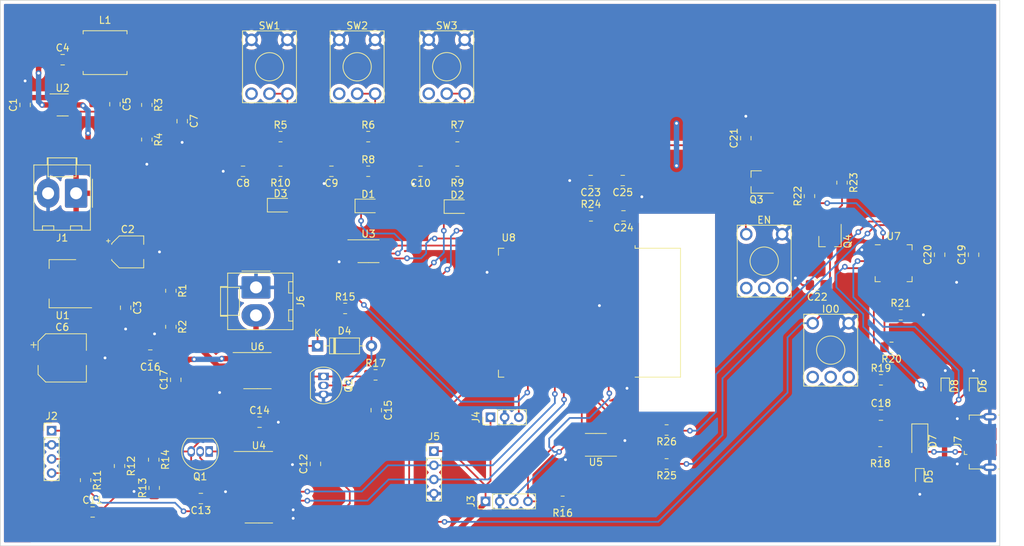
<source format=kicad_pcb>
(kicad_pcb (version 20211014) (generator pcbnew)
  (title_block (title "Smart Pressurized Beverage System") (company "Team 51 - Kool Keg"))
  (layers (0 "F.Cu" signal) (31 "B.Cu" signal) (34 "B.Paste" user) (35 "F.Paste" user) (36 "B.SilkS" user "B.Silkscreen") (37 "F.SilkS" user "F.Silkscreen") (38 "B.Mask" user) (39 "F.Mask" user) (44 "Edge.Cuts" user))
  (net 0 "")
  (net 1 "+12V")
  (net 2 "GND")
  (net 3 "Net-(C3-Pad1)")
  (net 4 "Net-(C4-Pad1)")
  (net 5 "Net-(C4-Pad2)")
  (net 6 "+3.3V")
  (net 7 "Net-(C5-Pad2)")
  (net 8 "+5V")
  (net 9 "Net-(C8-Pad1)")
  (net 10 "Net-(C9-Pad1)")
  (net 11 "Net-(C10-Pad1)")
  (net 12 "Net-(C11-Pad1)")
  (net 13 "Net-(C11-Pad2)")
  (net 14 "Net-(C13-Pad1)")
  (net 15 "/Sensor Subsystem/E+")
  (net 16 "Net-(C15-Pad1)")
  (net 17 "Net-(C17-Pad1)")
  (net 18 "Net-(C17-Pad2)")
  (net 19 "Net-(C18-Pad1)")
  (net 20 "Net-(C18-Pad2)")
  (net 21 "/MCU Subsystem/EN")
  (net 22 "/MCU Subsystem/IO0")
  (net 23 "Net-(D1-Pad2)")
  (net 24 "Net-(D2-Pad2)")
  (net 25 "Net-(D3-Pad2)")
  (net 26 "/MCU Subsystem/SOLENOID_GPIO")
  (net 27 "/MCU Subsystem/VBUS")
  (net 28 "/MCU Subsystem/USB_DP")
  (net 29 "/MCU Subsystem/USB_DN")
  (net 30 "/Sensor Subsystem/A+")
  (net 31 "/Sensor Subsystem/A-")
  (net 32 "/MCU Subsystem/I2C0_SCL")
  (net 33 "/MCU Subsystem/I2C0_SDA")
  (net 34 "/MCU Subsystem/FLOW_GPIO")
  (net 35 "/MCU Subsystem/I2C1_SDA")
  (net 36 "/MCU Subsystem/I2C1_SCL")
  (net 38 "Net-(Q1-Pad2)")
  (net 39 "Net-(Q2-Pad1)")
  (net 40 "Net-(Q3-Pad1)")
  (net 41 "/MCU Subsystem/RTS")
  (net 42 "Net-(Q4-Pad1)")
  (net 43 "/MCU Subsystem/DTR")
  (net 44 "Net-(R13-Pad2)")
  (net 45 "Net-(R20-Pad2)")
  (net 46 "Net-(R21-Pad1)")
  (net 47 "/MCU Subsystem/TXD")
  (net 48 "/MCU Subsystem/RXD0")
  (net 49 "/MCU Subsystem/RXD")
  (net 50 "/MCU Subsystem/TXD0")
  (net 51 "/MCU Subsystem/DEC")
  (net 52 "/MCU Subsystem/INC")
  (net 53 "/MCU Subsystem/DISP")
  (footprint "Resistor_SMD:R_0805_2012Metric_Pad1.20x1.40mm_HandSolder" (layer "F.Cu") (at 116.41 72.1 -90)
    (fp_text reference "R4")
    (fp_text value "10k")
  )
  (footprint "Inductor_SMD:L_Bourns_SRN6045TA" (layer "F.Cu") (at 110.51 59.8)
    (fp_text reference "L1")
    (fp_text value "3.3uH")
  )
  (footprint "Package_TO_SOT_SMD:SOT-23_Handsoldering-BC808-25LT1g" (layer "F.Cu") (at 202.6 78.1 180)
    (fp_text reference "Q3")
    (fp_text value "BC818")
  )
  (footprint "Capacitor_SMD:C_0805_2012Metric_Pad1.18x1.45mm_HandSolder" (layer "F.Cu") (at 142.51 76.59 180)
    (fp_text reference "C9")
    (fp_text value "0.1uF")
  )
  (footprint "Resistor_SMD:R_0805_2012Metric_Pad1.20x1.40mm_HandSolder" (layer "F.Cu") (at 179.2 82.9)
    (fp_text reference "R24")
    (fp_text value "10k")
  )
  (footprint "Resistor_SMD:R_0805_2012Metric_Pad1.20x1.40mm_HandSolder" (layer "F.Cu") (at 223 96.9)
    (fp_text reference "R21")
    (fp_text value "10k")
  )
  (footprint "Button_Switch_THT:KSA_Tactile_SPST" (layer "F.Cu") (at 131.21 57.99)
    (fp_text reference "SW1")
    (fp_text value "SW")
  )
  (footprint "Resistor_SMD:R_0805_2012Metric_Pad1.20x1.40mm_HandSolder" (layer "F.Cu") (at 160.31 76.59 180)
    (fp_text reference "R9")
    (fp_text value "22000")
  )
  (footprint "Package_TO_SOT_SMD:SOT-223-3_TabPin2" (layer "F.Cu") (at 104.51 92.5 180)
    (fp_text reference "U1")
    (fp_text value "LM1117-ADJ")
  )
  (footprint "Package_TO_SOT_THT:TO-92_Inline" (layer "F.Cu") (at 141.39 105.63 -90)
    (fp_text reference "Q2")
    (fp_text value "2N3906")
  )
  (footprint "Resistor_SMD:R_0805_2012Metric_Pad1.20x1.40mm_HandSolder" (layer "F.Cu") (at 112.55 118.3 -90)
    (fp_text reference "R12")
    (fp_text value "100")
  )
  (footprint "Resistor_SMD:R_0805_2012Metric_Pad1.20x1.40mm_HandSolder" (layer "F.Cu") (at 160.31 71.69)
    (fp_text reference "R7")
    (fp_text value "22000")
  )
  (footprint "Resistor_SMD:R_0805_2012Metric_Pad1.20x1.40mm_HandSolder" (layer "F.Cu") (at 175.2 123.3 180)
    (fp_text reference "R16")
    (fp_text value "10k")
  )
  (footprint "Connector_Molex:Molex_KK-396_A-41791-0002_1x02_P3.96mm_Vertical" (layer "F.Cu") (at 106.41 79.7 180)
    (fp_text reference "J1")
    (fp_text value "Power")
  )
  (footprint "Resistor_SMD:R_0805_2012Metric_Pad1.20x1.40mm_HandSolder" (layer "F.Cu") (at 117.45 121.4 90)
    (fp_text reference "R13")
    (fp_text value "8.2k")
  )
  (footprint "Button_Switch_THT:KSA_Tactile_SPST" (layer "F.Cu") (at 210.56 98.09)
    (fp_text reference "IO0")
    (fp_text value "SW_Push")
  )
  (footprint "Resistor_SMD:R_0805_2012Metric_Pad1.20x1.40mm_HandSolder" (layer "F.Cu") (at 147.71 76.59)
    (fp_text reference "R8")
    (fp_text value "22000")
  )
  (footprint "Diode_SMD:D_0805_2012Metric_Pad1.15x1.40mm_HandSolder" (layer "F.Cu") (at 147.71 81.49)
    (fp_text reference "D1")
    (fp_text value "D")
  )
  (footprint "Capacitor_SMD:C_0805_2012Metric_Pad1.18x1.45mm_HandSolder" (layer "F.Cu") (at 201.1 71.9 90)
    (fp_text reference "C21")
    (fp_text value ".1uF")
  )
  (footprint "Capacitor_SMD:C_0805_2012Metric_Pad1.18x1.45mm_HandSolder" (layer "F.Cu") (at 228.5 88.4 90)
    (fp_text reference "C20")
    (fp_text value "0.1 uF")
  )
  (footprint "Diode_SMD:D_SOD-523" (layer "F.Cu") (at 229.3 107 -90)
    (fp_text reference "D8")
    (fp_text value "LED")
  )
  (footprint "Resistor_SMD:R_0805_2012Metric_Pad1.20x1.40mm_HandSolder" (layer "F.Cu") (at 189.9 113.2 180)
    (fp_text reference "R26")
    (fp_text value "0R")
  )
  (footprint "Resistor_SMD:R_0805_2012Metric_Pad1.20x1.40mm_HandSolder" (layer "F.Cu") (at 119.81 98.6 -90)
    (fp_text reference "R2")
    (fp_text value "1k")
  )
  (footprint "Resistor_SMD:R_0805_2012Metric_Pad1.20x1.40mm_HandSolder" (layer "F.Cu") (at 116.41 67.2 -90)
    (fp_text reference "R3")
    (fp_text value "30.9k")
  )
  (footprint "Resistor_SMD:R_0805_2012Metric_Pad1.20x1.40mm_HandSolder" (layer "F.Cu") (at 221.7 101.5 180)
    (fp_text reference "R20")
    (fp_text value "2k")
  )
  (footprint "Diode_SMD:D_SOD-523" (layer "F.Cu") (at 225.7 119.8 -90)
    (fp_text reference "D5")
    (fp_text value "LED")
  )
  (footprint "Button_Switch_THT:KSA_Tactile_SPST" (layer "F.Cu") (at 143.61 57.99)
    (fp_text reference "SW2")
    (fp_text value "SW")
  )
  (footprint "Resistor_SMD:R_0805_2012Metric_Pad1.20x1.40mm_HandSolder" (layer "F.Cu") (at 144.45 96)
    (fp_text reference "R15")
    (fp_text value "100k")
  )
  (footprint "Capacitor_SMD:C_0805_2012Metric_Pad1.18x1.45mm_HandSolder" (layer "F.Cu") (at 211.2 92.7 180)
    (fp_text reference "C22")
    (fp_text value "1n")
  )
  (footprint "Capacitor_SMD:C_0805_2012Metric_Pad1.18x1.45mm_HandSolder" (layer "F.Cu") (at 116.9 102.6 180)
    (fp_text reference "C16")
    (fp_text value ".1uF")
  )
  (footprint "Package_SO:SOP-16_3.9x9.9mm_P1.27mm" (layer "F.Cu") (at 132.25 121.3)
    (fp_text reference "U4")
    (fp_text value "HX711")
  )
  (footprint "Button_Switch_THT:KSA_Tactile_SPST" (layer "F.Cu") (at 156.27 57.98)
    (fp_text reference "SW3")
    (fp_text value "SW")
  )
  (footprint "Diode_SMD:D_0805_2012Metric_Pad1.15x1.40mm_HandSolder" (layer "F.Cu") (at 160.31 81.59)
    (fp_text reference "D2")
    (fp_text value "D")
  )
  (footprint "Capacitor_SMD:C_0805_2012Metric_Pad1.18x1.45mm_HandSolder" (layer "F.Cu") (at 140.25 118 90)
    (fp_text reference "C12")
    (fp_text value "10uF")
  )
  (footprint "Capacitor_SMD:C_0805_2012Metric_Pad1.18x1.45mm_HandSolder" (layer "F.Cu") (at 113.41 95.9 -90)
    (fp_text reference "C3")
    (fp_text value "56nF")
  )
  (footprint "Connector_USB:USB_Micro-B_GCT_USB3076-30-A" (layer "F.Cu") (at 234.4 114.9 90)
    (fp_text reference "J7")
    (fp_text value "USB_B_Micro")
  )
  (footprint "RF_Module:ESP32-WROOM-32" (layer "F.Cu") (at 176 96.6 -90)
    (fp_text reference "U8")
    (fp_text value "ESP32-WROOM-32D")
  )
  (footprint "Capacitor_SMD:C_0805_2012Metric_Pad1.18x1.45mm_HandSolder" (layer "F.Cu") (at 233.3 88.4 90)
    (fp_text reference "C19")
    (fp_text value "4.7 uF")
  )
  (footprint "Capacitor_SMD:C_0805_2012Metric_Pad1.18x1.45mm_HandSolder" (layer "F.Cu") (at 124.05 122.9 180)
    (fp_text reference "C13")
    (fp_text value "0.1uF")
  )
  (footprint "Connector_PinHeader_2.00mm:PinHeader_1x04_P2.00mm_Vertical" (layer "F.Cu") (at 102.95 113.3)
    (fp_text reference "J2")
    (fp_text value "Scale Header")
  )
  (footprint "Capacitor_SMD:C_0805_2012Metric_Pad1.18x1.45mm_HandSolder" (layer "F.Cu") (at 155.11 76.59 180)
    (fp_text reference "C10")
    (fp_text value "0.1uF")
  )
  (footprint "Capacitor_SMD:C_0805_2012Metric_Pad1.18x1.45mm_HandSolder" (layer "F.Cu") (at 104.51 60.8)
    (fp_text reference "C4")
    (fp_text value ".1uF")
  )
  (footprint "Resistor_SMD:R_0805_2012Metric_Pad1.20x1.40mm_HandSolder" (layer "F.Cu") (at 220.2 106.1)
    (fp_text reference "R19")
    (fp_text value "47.5k")
  )
  (footprint "Package_DFN_QFN:QFN-28-1EP_5x5mm_P0.5mm_EP3.35x3.35mm" (layer "F.Cu") (at 222 89.6)
    (fp_text reference "U7")
    (fp_text value "CP2102N")
  )
  (footprint "Button_Switch_THT:KSA_Tactile_SPST" (layer "F.Cu") (at 201.16 85.49)
    (fp_text reference "EN")
    (fp_text value "SW_Push")
  )
  (footprint "Resistor_SMD:R_0805_2012Metric_Pad1.20x1.40mm_HandSolder" (layer "F.Cu") (at 107.75 120.3 -90)
    (fp_text reference "R11")
    (fp_text value "100")
  )
  (footprint "Package_TO_SOT_THT:TO-92_Inline" (layer "F.Cu") (at 125.22 116.24 180)
    (fp_text reference "Q1")
    (fp_text value "2N3905")
  )
  (footprint "Resistor_SMD:R_0805_2012Metric_Pad1.20x1.40mm_HandSolder" (layer "F.Cu") (at 135.31 71.69)
    (fp_text reference "R5")
    (fp_text value "22000")
  )
  (footprint "Diode_THT:D_DO-35_SOD27_P7.62mm_Horizontal" (layer "F.Cu") (at 140.55 101.3)
    (fp_text reference "D4")
    (fp_text value "1N4148")
  )
  (footprint "Resistor_SMD:R_0805_2012Metric_Pad1.20x1.40mm_HandSolder" (layer "F.Cu") (at 119.81 93.5 -90)
    (fp_text reference "R1")
    (fp_text value "330")
  )
  (footprint "Capacitor_SMD:C_0805_2012Metric_Pad1.18x1.45mm_HandSolder" (layer "F.Cu") (at 130.01 76.59 180)
    (fp_text reference "C8")
    (fp_text value "0.1uF")
  )
  (footprint "Resistor_SMD:R_0805_2012Metric_Pad1.20x1.40mm_HandSolder" (layer "F.Cu") (at 210.1 80.1 90)
    (fp_text reference "R22")
    (fp_text value "10k")
  )
  (footprint "Connector_Molex:Molex_KK-396_A-41791-0002_1x02_P3.96mm_Vertical" (layer "F.Cu") (at 131.845 93.02 -90)
    (fp_text reference "J6")
    (fp_text value "Solenoid Conn")
  )
  (footprint "Capacitor_SMD:C_0805_2012Metric_Pad1.18x1.45mm_HandSolder" (layer "F.Cu") (at 148.85 110.4 -90)
    (fp_text reference "C15")
    (fp_text value "2.2uF")
  )
  (footprint "Connector_PinHeader_2.00mm:PinHeader_1x04_P2.00mm_Vertical" (layer "F.Cu") (at 164.3 123.3 90)
    (fp_text reference "J3")
    (fp_text value "IR Header")
  )
  (footprint "Resistor_SMD:R_0805_2012Metric_Pad1.20x1.40mm_HandSolder" (layer "F.Cu") (at 147.71 71.69)
    (fp_text reference "R6")
    (fp_text value "22000")
  )
  (footprint "Capacitor_SMD:C_0805_2012Metric_Pad1.18x1.45mm_HandSolder" (layer "F.Cu") (at 108.75 124.8)
    (fp_text reference "C11")
    (fp_text value "0.1uF")
  )
  (footprint "Diode_SMD:D_SOD-523" (layer "F.Cu") (at 233.3 107 -90)
    (fp_text reference "D6")
    (fp_text value "LED")
  )
  (footprint "Capacitor_SMD:C_0805_2012Metric_Pad1.18x1.45mm_HandSolder" (layer "F.Cu") (at 111.9 67.1 -90)
    (fp_text reference "C5")
    (fp_text value "22pF")
  )
  (footprint "Package_TO_SOT_SMD:SOT-23-6" (layer "F.Cu") (at 104.51 67.2)
    (fp_text reference "U2")
    (fp_text value "TPS562207")
  )
  (footprint "Capacitor_SMD:C_0805_2012Metric_Pad1.18x1.45mm_HandSolder" (layer "F.Cu") (at 183.7 77.9 180)
    (fp_text reference "C25")
    (fp_text value "0.1uF")
  )
  (footprint "Capacitor_SMD:C_0805_2012Metric_Pad1.18x1.45mm_HandSolder" (layer "F.Cu") (at 121.41 69.5 -90)
    (fp_text reference "C7")
    (fp_text value "44uF")
  )
  (footprint "Package_TO_SOT_SMD:SOT-23_Handsoldering-BC808-25LT1g" (layer "F.Cu") (at 213 86.5 -90)
    (fp_text reference "Q4")
    (fp_text value "BC818")
  )
  (footprint "Capacitor_SMD:C_0805_2012Metric_Pad1.18x1.45mm_HandSolder" (layer "F.Cu") (at 220.2 111.1)
    (fp_text reference "C18")
    (fp_text value "10uF")
  )
  (footprint "Capacitor_SMD:C_0805_2012Metric_Pad1.18x1.45mm_HandSolder" (layer "F.Cu") (at 183.8 82.9 180)
    (fp_text reference "C24")
    (fp_text value "22uF")
  )
  (footprint "Resistor_SMD:R_0805_2012Metric_Pad1.20x1.40mm_HandSolder" (layer "F.Cu") (at 214.7 78.2 -90)
    (fp_text reference "R23")
    (fp_text value "10k")
  )
  (footprint "Capacitor_SMD:C_0805_2012Metric_Pad1.18x1.45mm_HandSolder" (layer "F.Cu") (at 179.1625 77.9 180)
    (fp_text reference "C23")
    (fp_text value "1n")
  )
  (footprint "Diode_SMD:D_1206_3216Metric_Pad1.42x1.75mm_HandSolder" (layer "F.Cu") (at 225.7 114.8 -90)
    (fp_text reference "D7")
    (fp_text value "1N5819")
  )
  (footprint "Resistor_SMD:R_0805_2012Metric_Pad1.20x1.40mm_HandSolder" (layer "F.Cu") (at 135.31 76.59 180)
    (fp_text reference "R10")
    (fp_text value "22000")
  )
  (footprint "Resistor_SMD:R_0805_2012Metric_Pad1.20x1.40mm_HandSolder" (layer "F.Cu") (at 148.75 105.4)
    (fp_text reference "R17")
    (fp_text value "10k")
  )
  (footprint "Capacitor_SMD:C_0805_2012Metric_Pad1.18x1.45mm_HandSolder" (layer "F.Cu") (at 99.2 67.2 90)
    (fp_text reference "C1")
    (fp_text value "22uf")
  )
  (footprint "Package_SO:MSOP-8_3x3mm_P0.65mm" (layer "F.Cu") (at 147.75 87.9)
    (fp_text reference "U3")
    (fp_text value "74LVC3G14")
  )
  (footprint "Resistor_SMD:R_0805_2012Metric_Pad1.20x1.40mm_HandSolder" (layer "F.Cu") (at 117.385464 117.4 -90)
    (fp_text reference "R14")
    (fp_text value "22k")
  )
  (footprint "Package_SO:MSOP-8_3x3mm_P0.65mm" (layer "F.Cu") (at 179.9 115.3 180)
    (fp_text reference "U5")
    (fp_text value "24LC256")
  )
  (footprint "Resistor_SMD:R_0805_2012Metric_Pad1.20x1.40mm_HandSolder" (layer "F.Cu") (at 220.1 116.3 180)
    (fp_text reference "R18")
    (fp_text value "22.1k")
  )
  (footprint "Capacitor_SMD:C_0805_2012Metric_Pad1.18x1.45mm_HandSolder" (layer "F.Cu") (at 120.5 106.1 90)
    (fp_text reference "C17")
    (fp_text value "100 nF")
  )
  (footprint "Connector_PinHeader_2.00mm:PinHeader_1x04_P2.00mm_Vertical" (layer "F.Cu") (at 157 116.2)
    (fp_text reference "J5")
    (fp_text value "OLED")
  )
  (footprint "Capacitor_SMD:C_0805_2012Metric_Pad1.18x1.45mm_HandSolder" (layer "F.Cu") (at 132.35 112.1)
    (fp_text reference "C14")
    (fp_text value "10uF")
  )
  (footprint "Capacitor_SMD:CP_Elec_4x5.8" (layer "F.Cu") (at 113.71 88)
    (fp_text reference "C2")
    (fp_text value "10uF")
  )
  (footprint "Resistor_SMD:R_0805_2012Metric_Pad1.20x1.40mm_HandSolder" (layer "F.Cu") (at 189.9 118 180)
    (fp_text reference "R25")
    (fp_text value "0R")
  )
  (footprint "Diode_SMD:D_0805_2012Metric_Pad1.15x1.40mm_HandSolder" (layer "F.Cu") (at 135.31 81.39)
    (fp_text reference "D3")
    (fp_text value "D")
  )
  (footprint "Capacitor_SMD:CP_Elec_6.3x5.8" (layer "F.Cu") (at 104.45 103)
    (fp_text reference "C6")
    (fp_text value "100uF")
  )
  (footprint "Package_SO:SOIC-8_3.9x4.9mm_P1.27mm" (layer "F.Cu") (at 132.05 104.8)
    (fp_text reference "U6")
    (fp_text value "MPQ6610GS")
  )
  (footprint "Connector_PinHeader_2.00mm:PinHeader_1x03_P2.00mm_Vertical" (layer "F.Cu") (at 165 111.4 90)
    (fp_text reference "J4")
    (fp_text value "Flowmeter")
  )
  (gr_rect (start 95.7 52.4) (end 237 129.6) (layer "Edge.Cuts") (width 0.1) (fill none))
  (segment (start 123.7 101.4) (end 119.1375 101.4) (width 0.76) (layer "F.Cu") (net 1))
  (segment (start 103.3 72.3) (end 103.3 68.2225) (width 0.76) (layer "F.Cu") (net 1))
  (segment (start 106.41 86.21) (end 107.66 87.46) (width 0.76) (layer "F.Cu") (net 1))
  (segment (start 119.1375 101.4) (end 117.9375 102.6) (width 0.76) (layer "F.Cu") (net 1))
  (segment (start 106.41 79.7) (end 106.41 82.5) (width 0.76) (layer "F.Cu") (net 1))
  (segment (start 106.41 79.7) (end 106.41 78.31) (width 0.25) (layer "F.Cu") (net 1))
  (segment (start 126.465 104.165) (end 129.575 104.165) (width 0.76) (layer "F.Cu") (net 1))
  (segment (start 108.1 72.5) (end 108.1 71.2) (width 0.76) (layer "F.Cu") (net 1))
  (segment (start 106.41 79.7) (end 107.66 80.95) (width 0.25) (layer "F.Cu") (net 1))
  (segment (start 115.6 79.7) (end 123.7 87.8) (width 0.76) (layer "F.Cu") (net 1))
  (segment (start 99.2375 68.2375) (end 103.3 72.3) (width 0.76) (layer "F.Cu") (net 1))
  (segment (start 106.41 75.41) (end 106.41 74.19) (width 0.76) (layer "F.Cu") (net 1))
  (segment (start 106.41 82.5) (end 111.91 88) (width 0.76) (layer "F.Cu") (net 1))
  (segment (start 103.1 68.4225) (end 103.3725 68.15) (width 0.25) (layer "F.Cu") (net 1))
  (segment (start 106.41 75.41) (end 106.41 79.7) (width 0.76) (layer "F.Cu") (net 1))
  (segment (start 123.7 87.8) (end 123.7 101.4) (width 0.76) (layer "F.Cu") (net 1))
  (segment (start 106.41 79.7) (end 115.6 79.7) (width 0.76) (layer "F.Cu") (net 1))
  (segment (start 106.41 74.19) (end 108.1 72.5) (width 0.76) (layer "F.Cu") (net 1))
  (segment (start 105.6475 67.2) (end 107.3 67.2) (width 0.76) (layer "F.Cu") (net 1))
  (segment (start 103.2 68.3225) (end 103.3725 68.15) (width 0.25) (layer "F.Cu") (net 1))
  (segment (start 105.7475 67.3) (end 105.6475 67.2) (width 0.25) (layer "F.Cu") (net 1))
  (segment (start 107.66 87.46) (end 107.66 90.2) (width 0.76) (layer "F.Cu") (net 1))
  (segment (start 107.3 67.2) (end 107.4 67.3) (width 0.76) (layer "F.Cu") (net 1))
  (segment (start 123.7 101.4) (end 126.465 104.165) (width 0.76) (layer "F.Cu") (net 1))
  (segment (start 103.3 72.3) (end 106.41 75.41) (width 0.76) (layer "F.Cu") (net 1))
  (segment (start 99.2 68.2375) (end 99.2375 68.2375) (width 0.76) (layer "F.Cu") (net 1))
  (segment (start 106.41 82.5) (end 106.41 86.21) (width 0.76) (layer "F.Cu") (net 1))
  (via (at 107.4 67.3) (size 0.8) (drill 0.4) (layers "F.Cu" "B.Cu") (net 1))
  (via (at 108.1 71.2) (size 0.8) (drill 0.4) (layers "F.Cu" "B.Cu") (net 1))
  (segment (start 108.1 71.2) (end 108.1 68) (width 0.76) (layer "B.Cu") (net 1))
  (segment (start 108.1 68) (end 107.4 67.3) (width 0.76) (layer "B.Cu") (net 1))
  (segment (start 232.95 113.6) (end 232.95 113) (width 0.25) (layer "F.Cu") (net 2))
  (segment (start 184.9 82.9625) (end 184.8375 82.9) (width 0.25) (layer "F.Cu") (net 2))
  (segment (start 164.5 90.9) (end 164.515 90.885) (width 0.25) (layer "F.Cu") (net 2))
  (segment (start 235.6 113.775) (end 234.405 112.58) (width 0.25) (layer "F.Cu") (net 2))
  (segment (start 137.1 124.5) (end 137.075 124.475) (width 0.25) (layer "F.Cu") (net 2))
  (segment (start 116.41 73.1) (end 116.41 75.59) (width 0.25) (layer "F.Cu") (net 2))
  (segment (start 186.4 80.2) (end 186.4 79.5625) (width 0.25) (layer "F.Cu") (net 2))
  (segment (start 184.255 88.1) (end 184.255 85.845) (width 0.25) (layer "F.Cu") (net 2))
  (segment (start 176.675 115.625) (end 175.6 116.7) (width 0.25) (layer "F.Cu") (net 2))
  (segment (start 137.1 125.7) (end 137.055 125.745) (width 0.25) (layer "F.Cu") (net 2))
  (segment (start 233.3 90.4) (end 233.3 89.4375) (width 0.25) (layer "F.Cu") (net 2))
  (segment (start 228.5 90.3) (end 230.5 92.3) (width 0.25) (layer "F.Cu") (net 2))
  (segment (start 116.41 75.59) (end 116.4 75.6) (width 0.25) (layer "F.Cu") (net 2))
  (segment (start 184.255 85.845) (end 184.9 85.2) (width 0.25) (layer "F.Cu") (net 2))
  (segment (start 129.75 121.935) (end 127.535 121.935) (width 0.25) (layer "F.Cu") (net 2))
  (segment (start 224 96.9) (end 226.2 96.9) (width 0.25) (layer "F.Cu") (net 2))
  (segment (start 127.895 106.705) (end 126.7 107.9) (width 0.25) (layer "F.Cu") (net 2))
  (segment (start 141.5 78.4) (end 141.4725 78.3725) (width 0.25) (layer "F.Cu") (net 2))
  (segment (start 233.3 106.3) (end 233.3 104.8) (width 0.25) (layer "F.Cu") (net 2))
  (segment (start 107.15 103) (end 110.5 103) (width 0.25) (layer "F.Cu") (net 2))
  (segment (start 231.78 117.22) (end 231 118) (width 0.25) (layer "F.Cu") (net 2))
  (segment (start 134.75 118.125) (end 136.975 118.125) (width 0.25) (layer "F.Cu") (net 2))
  (segment (start 209.1 92.7) (end 208.1 91.7) (width 0.25) (layer "F.Cu") (net 2))
  (segment (start 176.755 95.6) (end 180.4 95.6) (width 0.25) (layer "F.Cu") (net 2))
  (segment (start 233.37 117.22) (end 231.78 117.22) (width 0.25) (layer "F.Cu") (net 2))
  (segment (start 139.8925 119.395) (end 134.75 119.395) (width 0.25) (layer "F.Cu") (net 2))
  (segment (start 230.5 92.3) (end 230.9 92.3) (width 0.25) (layer "F.Cu") (net 2))
  (segment (start 133.3875 112.1) (end 135 112.1) (width 0.25) (layer "F.Cu") (net 2))
  (segment (start 177.7875 115.625) (end 176.675 115.625) (width 0.25) (layer "F.Cu") (net 2))
  (segment (start 119.81 99.6) (end 117.5 99.6) (width 0.25) (layer "F.Cu") (net 2))
  (segment (start 182.0125 114.975) (end 183.725 114.975) (width 0.25) (layer "F.Cu") (net 2))
  (segment (start 184.9 85.2) (end 184.9 82.9625) (width 0.25) (layer "F.Cu") (net 2))
  (segment (start 99.2 66.1625) (end 103.295 66.1625) (width 0.76) (layer "F.Cu") (net 2))
  (segment (start 117.45 122.4) (end 115.1 122.4) (width 0.25) (layer "F.Cu") (net 2))
  (segment (start 141.4725 76.59) (end 141.4725 78.3275) (width 0.25) (layer "F.Cu") (net 2))
  (segment (start 166.745 90.885) (end 164.515 90.885) (width 0.25) (layer "F.Cu") (net 2))
  (segment (start 235.6 116.025) (end 235.6 113.775) (width 0.25) (layer "F.Cu") (net 2))
  (segment (start 184.255 105.1) (end 184.255 107.255) (width 0.25) (layer "F.Cu") (net 2))
  (segment (start 186.4 80.8) (end 186.4 80.2) (width 0.25) (layer "F.Cu") (net 2))
  (segment (start 183.725 114.975) (end 184 114.7) (width 0.25) (layer "F.Cu") (net 2))
  (segment (start 217.5 87.7) (end 218.9 89.1) (width 0.25) (layer "F.Cu") (net 2))
  (segment (start 210.1625 92.7) (end 209.1 92.7) (width 0.25) (layer "F.Cu") (net 2))
  (segment (start 184.8375 82.3625) (end 186.4 80.8) (width 0.25) (layer "F.Cu") (net 2))
  (segment (start 231.4 92.3) (end 233.3 90.4) (width 0.25) (layer "F.Cu") (net 2))
  (segment (start 184.255 107.255) (end 184.3 107.3) (width 0.25) (layer "F.Cu") (net 2))
  (segment (start 232.95 113) (end 233.37 112.58) (width 0.25) (layer "F.Cu") (net 2))
  (segment (start 127.535 121.935) (end 127.5 121.9) (width 0.25) (layer "F.Cu") (net 2))
  (segment (start 234.405 112.58) (end 233.37 112.58) (width 0.25) (layer "F.Cu") (net 2))
  (segment (start 154.0725 76.59) (end 154.0725 78.3725) (width 0.25) (layer "F.Cu") (net 2))
  (segment (start 184 114.7) (end 183.625 114.325) (width 0.25) (layer "F.Cu") (net 2))
  (segment (start 121.4 72.5) (end 121.41 72.49) (width 0.25) (layer "F.Cu") (net 2))
  (segment (start 233.37 112.58) (end 231.98 112.58) (width 0.25) (layer "F.Cu") (net 2))
  (segment (start 201.1 70.8625) (end 201.1 68.8) (width 0.25) (layer "F.Cu") (net 2))
  (segment (start 140.25 119.0375) (end 139.8925 119.395) (width 0.25) (layer "F.Cu") (net 2))
  (segment (start 230.9 92.3) (end 231.4 92.3) (width 0.25) (layer "F.Cu") (net 2))
  (segment (start 228.5 89.4375) (end 228.5 90.3) (width 0.25) (layer "F.Cu") (net 2))
  (segment (start 128.9725 76.59) (end 127.21 76.59) (width 0.25) (layer "F.Cu") (net 2))
  (segment (start 129.575 106.705) (end 127.895 106.705) (width 0.25) (layer "F.Cu") (net 2))
  (segment (start 233.37 117.22) (end 234.405 117.22) (width 0.25) (layer "F.Cu") (net 2))
  (segment (start 231.98 112.58) (end 231 111.6) (width 0.25) (layer "F.Cu") (net 2))
  (segment (start 115.51 88) (end 118.2 88) (width 0.25) (layer "F.Cu") (net 2))
  (segment (start 178.125 77.9) (end 176.2 77.9) (width 0.25) (layer "F.Cu") (net 2))
  (segment (start 115.1 122.4) (end 114.6 121.9) (width 0.25) (layer "F.Cu") (net 2))
  (segment (start 154.0725 78.3725) (end 154.1 78.4) (width 0.25) (layer "F.Cu") (net 2))
  (segment (start 121.4 122.4) (end 117.45 122.4) (width 0.25) (layer "F.Cu") (net 2))
  (segment (start 137 118.1) (end 136.975 118.125) (width 0.25) (layer "F.Cu") (net 2))
  (segment (start 175.6 116.7) (end 175.6 117.4) (width 0.25) (layer "F.Cu") (net 2))
  (segment (start 137.075 124.475) (end 134.75 124.475) (width 0.25) (layer "F.Cu") (net 2))
  (segment (start 225.7 120.5) (end 225.7 122.3) (width 0.25) (layer "F.Cu") (net 2))
  (segment (start 144.125 88.875) (end 143.6 89.4) (width 0.25) (layer "F.Cu") (net 2))
  (segment (start 123.0125 122.9) (end 121.9 122.9) (width 0.25) (layer "F.Cu") (net 2))
  (segment (start 219.55 89.1) (end 221.5 89.1) (width 0.25) (layer "F.Cu") (net 2))
  (segment (start 221.5 89.1) (end 222 89.6) (width 0.25) (layer "F.Cu") (net 2))
  (segment (start 234.405 117.22) (end 235.6 116.025) (width 0.25) (layer "F.Cu") (net 2))
  (segment (start 229.3 106.3) (end 229.3 104.8) (width 0.25) (layer "F.Cu") (net 2))
  (segment (start 121.41 70.5375) (end 121.41 72.49) (width 0.25) (layer "F.Cu") (net 2))
  (segment (start 145.6375 88.875) (end 144.125 88.875) (width 0.25) (layer "F.Cu") (net 2))
  (segment (start 113.41 96.9375) (end 113.41 98.91) (width 0.25) (layer "F.Cu") (net 2))
  (segment (start 186.4 79.5625) (end 184.7375 77.9) (width 0.25) (layer "F.Cu") (net 2))
  (segment (start 218.9 89.1) (end 219.55 89.1) (width 0.25) (layer "F.Cu") (net 2))
  (segment (start 127.21 76.59) (end 127.2 76.6) (width 0.25) (layer "F.Cu") (net 2))
  (segment (start 141.4725 78.3275) (end 141.4725 78.3725) (width 0.25) (layer "F.Cu") (net 2))
  (segment (start 103.285 66.1625) (end 103.3725 66.25) (width 0.25) (layer "F.Cu") (net 2))
  (segment (start 184.8375 82.9) (end 184.8375 82.3625) (width 0.25) (layer "F.Cu") (net 2))
  (segment (start 99.2 66.1625) (end 99.2 63.8) (width 0.76) (layer "F.Cu") (net 2))
  (segment (start 183.625 114.325) (end 182.0125 114.325) (width 0.25) (layer "F.Cu") (net 2))
  (segment (start 121.9 122.9) (end 121.4 122.4) (width 0.25) (layer "F.Cu") (net 2))
  (segment (start 137.055 125.745) (end 134.75 125.745) (width 0.25) (layer "F.Cu") (net 2))
  (via (at 184 114.7) (size 0.8) (drill 0.4) (layers "F.Cu" "B.Cu") (net 2))
  (via (at 137 118.1) (size 0.8) (drill 0.4) (layers "F.Cu" "B.Cu") (net 2))
  (via (at 126.7 107.9) (size 0.8) (drill 0.4) (layers "F.Cu" "B.Cu") (net 2))
  (via (at 117.5 99.6) (size 0.8) (drill 0.4) (layers "F.Cu" "B.Cu") (net 2))
  (via (at 121.4 72.5) (size 0.8) (drill 0.4) (layers "F.Cu" "B.Cu") (net 2))
  (via (at 217.5 87.7) (size 0.8) (drill 0.4) (layers "F.Cu" "B.Cu") (net 2))
  (via (at 116.41 75.59) (size 0.8) (drill 0.4) (layers "F.Cu" "B.Cu") (net 2))
  (via (at 186.4 80.2) (size 0.8) (drill 0.4) (layers "F.Cu" "B.Cu") (net 2))
  (via (at 137.1 124.5) (size 0.8) (drill 0.4) (layers "F.Cu" "B.Cu") (net 2))
  (via (at 230.9 92.3) (size 0.8) (drill 0.4) (layers "F.Cu" "B.Cu") (net 2))
  (via (at 226.2 96.9) (size 0.8) (drill 0.4) (layers "F.Cu" "B.Cu") (net 2))
  (via (at 225.7 122.3) (size 0.8) (drill 0.4) (layers "F.Cu" "B.Cu") (net 2))
  (via (at 164.515 90.885) (size 0.8) (drill 0.4) (layers "F.Cu" "B.Cu") (net 2))
  (via (at 118.2 88) (size 0.8) (drill 0.4) (layers "F.Cu" "B.Cu") (net 2))
  (via (at 184.3 107.3) (size 0.8) (drill 0.4) (layers "F.Cu" "B.Cu") (net 2))
  (via (at 99.2 63.8) (size 0.8) (drill 0.4) (layers "F.Cu" "B.Cu") (net 2))
  (via (at 141.4725 78.3275) (size 0.8) (drill 0.4) (layers "F.Cu" "B.Cu") (net 2))
  (via (at 233.3 104.8) (size 0.8) (drill 0.4) (layers "F.Cu" "B.Cu") (net 2))
  (via (at 143.6 89.4) (size 0.8) (drill 0.4) (layers "F.Cu" "B.Cu") (net 2))
  (via (at 127.21 76.59) (size 0.8) (drill 0.4) (layers "F.Cu" "B.Cu") (net 2))
  (via (at 229.3 104.8) (size 0.8) (drill 0.4) (layers "F.Cu" "B.Cu") (net 2))
  (via (at 113.41 98.91) (size 0.8) (drill 0.4) (layers "F.Cu" "B.Cu") (net 2))
  (via (at 180.4 95.6) (size 0.8) (drill 0.4) (layers "F.Cu" "B.Cu") (net 2))
  (via (at 231 118) (size 0.8) (drill 0.4) (layers "F.Cu" "B.Cu") (net 2))
  (via (at 114.6 121.9) (size 0.8) (drill 0.4) (layers "F.Cu" "B.Cu") (net 2))
  (via (at 208.1 91.7) (size 0.8) (drill 0.4) (layers "F.Cu" "B.Cu") (net 2))
  (via (at 110.5 103) (size 0.8) (drill 0.4) (layers "F.Cu" "B.Cu") (net 2))
  (via (at 154.1 78.4) (size 0.8) (drill 0.4) (layers "F.Cu" "B.Cu") (net 2))
  (via (at 231 111.6) (size 0.8) (drill 0.4) (layers "F.Cu" "B.Cu") (net 2))
  (via (at 127.535 121.935) (size 0.8) (drill 0.4) (layers "F.Cu" "B.Cu") (net 2))
  (via (at 175.6 117.4) (size 0.8) (drill 0.4) (layers "F.Cu" "B.Cu") (net 2))
  (via (at 135 112.1) (size 0.8) (drill 0.4) (layers "F.Cu" "B.Cu") (net 2))
  (via (at 137.1 125.7) (size 0.8) (drill 0.4) (layers "F.Cu" "B.Cu") (net 2))
  (via (at 201.1 68.8) (size 0.8) (drill 0.4) (layers "F.Cu" "B.Cu") (net 2))
  (via (at 176.2 77.9) (size 0.8) (drill 0.4) (layers "F.Cu" "B.Cu") (net 2))
  (segment (start 113.41 94.8625) (end 119.4475 94.8625) (width 0.76) (layer "F.Cu") (net 3))
  (segment (start 119.4475 94.8625) (end 119.81 94.5) (width 0.76) (layer "F.Cu") (net 3))
  (segment (start 117.0725 94.8625) (end 119.81 97.6) (width 0.76) (layer "F.Cu") (net 3))
  (segment (start 113.41 94.8625) (end 117.0725 94.8625) (width 0.76) (layer "F.Cu") (net 3))
  (segment (start 113.3475 94.8) (end 113.41 94.8625) (width 0.76) (layer "F.Cu") (net 3))
  (segment (start 107.66 94.8) (end 113.3475 94.8) (width 0.76) (layer "F.Cu") (net 3))
  (segment (start 101.1 61.9) (end 102.2 60.8) (width 0.76) (layer "F.Cu") (net 4))
  (segment (start 103.4725 60.8) (end 103.4725 60.2275) (width 0.25) (layer "F.Cu") (net 4))
  (segment (start 102.2 60.8) (end 103.4725 60.8) (width 0.76) (layer "F.Cu") (net 4))
  (segment (start 104.1 59.3) (end 107.935 59.3) (width 0.76) (layer "F.Cu") (net 4))
  (segment (start 101.1 62.7) (end 101.1 61.9) (width 0.76) (layer "F.Cu") (net 4))
  (segment (start 103.3725 67.2) (end 101.6 67.2) (width 0.76) (layer "F.Cu") (net 4))
  (segment (start 103.4725 59.9275) (end 104.1 59.3) (width 0.76) (layer "F.Cu") (net 4))
  (segment (start 103.4725 60.8) (end 103.4725 59.9275) (width 0.76) (layer "F.Cu") (net 4))
  (segment (start 107.935 59.3) (end 108.435 59.8) (width 0.76) (layer "F.Cu") (net 4))
  (segment (start 107.535 58.9) (end 108.435 59.8) (width 0.25) (layer "F.Cu") (net 4))
  (via (at 101.6 67.2) (size 0.8) (drill 0.4) (layers "F.Cu" "B.Cu") (net 4))
  (via (at 101.1 62.7) (size 0.8) (drill 0.4) (layers "F.Cu" "B.Cu") (net 4))
  (segment (start 101.6 67.2) (end 101.1 66.7) (width 0.76) (layer "B.Cu") (net 4))
  (segment (start 101.1 66.7) (end 101.1 62.7) (width 0.76) (layer "B.Cu") (net 4))
  (segment (start 105.5475 60.8) (end 105.5475 66.15) (width 0.76) (layer "F.Cu") (net 5))
  (segment (start 105.5475 66.15) (end 105.6475 66.25) (width 0.25) (layer "F.Cu") (net 5))
  (segment (start 219.55 91.1) (end 219.55 90.6) (width 0.25) (layer "F.Cu") (net 6))
  (segment (start 219.2 91.1) (end 218.1 92.2) (width 0.25) (layer "F.Cu") (net 6))
  (segment (start 111.9 60.485) (end 112.585 59.8) (width 0.76) (layer "F.Cu") (net 6))
  (segment (start 219.55 91.1) (end 219.2 91.1) (width 0.25) (layer "F.Cu") (net 6))
  (via (at 191.3 69.8) (size 0.8) (drill 0.4) (layers "F.Cu" "B.Cu") (net 6))
  (via (at 191.3 75.8) (size 0.8) (drill 0.4) (layers "F.Cu" "B.Cu") (net 6))
  (segment (start 191.3 75.8) (end 191.3 69.8) (width 0.76) (layer "B.Cu") (net 6))
  (segment (start 116.41 68.2) (end 116.41 71.1) (width 0.25) (layer "F.Cu") (net 7))
  (segment (start 105.6475 68.15) (end 110.9975 68.15) (width 0.25) (layer "F.Cu") (net 7))
  (segment (start 110.9975 68.15) (end 111.01 68.1375) (width 0.25) (layer "F.Cu") (net 7))
  (segment (start 116.3475 68.1375) (end 116.41 68.2) (width 0.25) (layer "F.Cu") (net 7))
  (segment (start 111.01 68.1375) (end 116.3475 68.1375) (width 0.25) (layer "F.Cu") (net 7))
  (segment (start 139.4 128.4) (end 140.3 128.4) (width 0.25) (layer "F.Cu") (net 8))
  (segment (start 140.3 128.4) (end 145.1 123.6) (width 0.25) (layer "F.Cu") (net 8))
  (segment (start 165 120.4) (end 165 111.4) (width 0.25) (layer "F.Cu") (net 8))
  (segment (start 164.3 123.3) (end 164.3 121.1) (width 0.25) (layer "F.Cu") (net 8))
  (segment (start 97.5 100.8) (end 97.5 125.1) (width 0.76) (layer "F.Cu") (net 8))
  (segment (start 101.36 92.5) (end 107.66 92.5) (width 0.76) (layer "F.Cu") (net 8))
  (segment (start 226.8 128.4) (end 229.2 126) (width 0.76) (layer "F.Cu") (net 8))
  (segment (start 107.66 92.5) (end 119.81 92.5) (width 0.76) (layer "F.Cu") (net 8))
  (segment (start 227.9125 113.3125) (end 225.7 113.3125) (width 0.76) (layer "F.Cu") (net 8))
  (segment (start 140.1425 116.855) (end 140.25 116.9625) (width 0.25) (layer "F.Cu") (net 8))
  (segment (start 101.36 102.61) (end 101.75 103) (width 0.76) (layer "F.Cu") (net 8))
  (segment (start 129.135 116.24) (end 129.75 116.855) (width 0.25) (layer "F.Cu") (net 8))
  (segment (start 100.8 128.4) (end 139.4 128.4) (width 0.76) (layer "F.Cu") (net 8))
  (segment (start 229.2 114.6) (end 227.9125 113.3125) (width 0.76) (layer "F.Cu") (net 8))
  (segment (start 125.22 116.24) (end 129.135 116.24) (width 0.25) (layer "F.Cu") (net 8))
  (segment (start 101.36 96.94) (end 97.5 100.8) (width 0.76) (layer "F.Cu") (net 8))
  (segment (start 139.4 128.4) (end 144.2 128.4) (width 0.76) (layer "F.Cu") (net 8))
  (segment (start 97.5 125.1) (end 100.8 128.4) (width 0.76) (layer "F.Cu") (net 8))
  (segment (start 129.75 116.855) (end 134.75 116.855) (width 0.25) (layer "F.Cu") (net 8))
  (segment (start 159.4 128.4) (end 164.3 123.5) (width 0.76) (layer "F.Cu") (net 8))
  (segment (start 164.3 123.5) (end 164.3 123.3) (width 0.76) (layer "F.Cu") (net 8))
  (segment (start 164.3 121.1) (end 159.4 116.2) (width 0.25) (layer "F.Cu") (net 8))
  (segment (start 159.4 116.2) (end 157 116.2) (width 0.25) (layer "F.Cu") (net 8))
  (segment (start 145.1 123.6) (end 145.1 121.8125) (width 0.25) (layer "F.Cu") (net 8))
  (segment (start 101.36 92.5) (end 101.36 96.94) (width 0.76) (layer "F.Cu") (net 8))
  (segment (start 101.36 92.5) (end 101.36 102.61) (width 0.76) (layer "F.Cu") (net 8))
  (segment (start 144.2 128.4) (end 159.4 128.4) (width 0.76) (layer "F.Cu") (net 8))
  (segment (start 145.1 121.8125) (end 140.25 116.9625) (width 0.25) (layer "F.Cu") (net 8))
  (segment (start 229.2 126) (end 229.2 114.6) (width 0.76) (layer "F.Cu") (net 8))
  (segment (start 134.75 116.855) (end 140.1425 116.855) (width 0.25) (layer "F.Cu") (net 8))
  (segment (start 164.3 121.1) (end 165 120.4) (width 0.25) (layer "F.Cu") (net 8))
  (segment (start 144.2 128.4) (end 144.9 128.4) (width 0.25) (layer "F.Cu") (net 8))
  (segment (start 159.4 128.4) (end 226.8 128.4) (width 0.76) (layer "F.Cu") (net 8))
  (segment (start 134.31 76.59) (end 134.285 76.615) (width 0.25) (layer "F.Cu") (net 9))
  (segment (start 134.285 76.615) (end 134.285 81.39) (width 0.25) (layer "F.Cu") (net 9))
  (segment (start 134.31 76.59) (end 131.0475 76.59) (width 0.25) (layer "F.Cu") (net 9))
  (segment (start 139.82 86.925) (end 145.6375 86.925) (width 0.25) (layer "F.Cu") (net 9))
  (segment (start 134.285 81.39) (end 139.82 86.925) (width 0.25) (layer "F.Cu") (net 9))
  (segment (start 146.685 81.49) (end 146.685 76.615) (width 0.25) (layer "F.Cu") (net 10))
  (segment (start 146.7 83.6) (end 146.7 81.505) (width 0.25) (layer "F.Cu") (net 10))
  (segment (start 146.685 76.615) (end 146.71 76.59) (width 0.25) (layer "F.Cu") (net 10))
  (segment (start 149.8625 88.225) (end 151.875 88.225) (width 0.25) (layer "F.Cu") (net 10))
  (segment (start 151.9 88.2) (end 151.875 88.225) (width 0.25) (layer "F.Cu") (net 10))
  (segment (start 146.71 76.59) (end 143.5475 76.59) (width 0.25) (layer "F.Cu") (net 10))
  (segment (start 146.7 81.505) (end 146.685 81.49) (width 0.25) (layer "F.Cu") (net 10))
  (via (at 146.7 83.6) (size 0.8) (drill 0.4) (layers "F.Cu" "B.Cu") (net 10))
  (via (at 151.9 88.2) (size 0.8) (drill 0.4) (layers "F.Cu" "B.Cu") (net 10))
  (segment (start 151.4 85.4) (end 147.8 85.4) (width 0.25) (layer "B.Cu") (net 10))
  (segment (start 147.8 85.4) (end 146.7 84.3) (width 0.25) (layer "B.Cu") (net 10))
  (segment (start 151.9 88.2) (end 152.5 87.6) (width 0.25) (layer "B.Cu") (net 10))
  (segment (start 152.5 86.5) (end 151.4 85.4) (width 0.25) (layer "B.Cu") (net 10))
  (segment (start 152.5 87.6) (end 152.5 86.5) (width 0.25) (layer "B.Cu") (net 10))
  (segment (start 146.7 84.3) (end 146.7 83.6) (width 0.25) (layer "B.Cu") (net 10))
  (segment (start 142.6 89.1) (end 142.6 90.1) (width 0.25) (layer "F.Cu") (net 11))
  (segment (start 142.6 90.1) (end 142.9 90.4) (width 0.25) (layer "F.Cu") (net 11))
  (segment (start 159.31 76.59) (end 156.1475 76.59) (width 0.25) (layer "F.Cu") (net 11))
  (segment (start 156.1 90.4) (end 157 89.5) (width 0.25) (layer "F.Cu") (net 11))
  (segment (start 158.4 85) (end 158.4 82.475) (width 0.25) (layer "F.Cu") (net 11))
  (segment (start 145.6375 88.225) (end 143.475 88.225) (width 0.25) (layer "F.Cu") (net 11))
  (segment (start 159.31 81.565) (end 159.285 81.59) (width 0.25) (layer "F.Cu") (net 11))
  (segment (start 158.4 82.475) (end 159.285 81.59) (width 0.25) (layer "F.Cu") (net 11))
  (segment (start 142.9 90.4) (end 156.1 90.4) (width 0.25) (layer "F.Cu") (net 11))
  (segment (start 143.475 88.225) (end 142.6 89.1) (width 0.25) (layer "F.Cu") (net 11))
  (segment (start 159.31 76.59) (end 159.31 81.565) (width 0.25) (layer "F.Cu") (net 11))
  (via (at 157 89.5) (size 0.8) (drill 0.4) (layers "F.Cu" "B.Cu") (net 11))
  (via (at 158.4 85) (size 0.8) (drill 0.4) (layers "F.Cu" "B.Cu") (net 11))
  (segment (start 157 89.5) (end 158.4 88.1) (width 0.25) (layer "B.Cu") (net 11))
  (segment (start 158.4 88.1) (end 158.4 85) (width 0.25) (layer "B.Cu") (net 11))
  (segment (start 121.6 124.7) (end 129.525 124.7) (width 0.25) (layer "F.Cu") (net 12))
  (segment (start 129.525 124.7) (end 129.75 124.475) (width 0.25) (layer "F.Cu") (net 12))
  (segment (start 107.75 121.35) (end 109.2 122.8) (width 0.25) (layer "F.Cu") (net 12))
  (segment (start 107.75 124.7625) (end 107.7125 124.8) (width 0.25) (layer "F.Cu") (net 12))
  (segment (start 107.75 121.3) (end 107.75 121.35) (width 0.25) (layer "F.Cu") (net 12))
  (segment (start 107.75 121.3) (end 107.75 124.7625) (width 0.25) (layer "F.Cu") (net 12))
  (via (at 109.2 122.8) (size 0.8) (drill 0.4) (layers "F.Cu" "B.Cu") (net 12))
  (via (at 121.6 124.7) (size 0.8) (drill 0.4) (layers "F.Cu" "B.Cu") (net 12))
  (segment (start 109.9 123.5) (end 120.4 123.5) (width 0.25) (layer "B.Cu") (net 12))
  (segment (start 109.2 122.8) (end 109.9 123.5) (width 0.25) (layer "B.Cu") (net 12))
  (segment (start 120.4 123.5) (end 121.6 124.7) (width 0.25) (layer "B.Cu") (net 12))
  (segment (start 118.1 124.8) (end 119.045 125.745) (width 0.25) (layer "F.Cu") (net 13))
  (segment (start 112.55 122.0375) (end 112.55 119.3) (width 0.25) (layer "F.Cu") (net 13))
  (segment (start 119.045 125.745) (end 129.75 125.745) (width 0.25) (layer "F.Cu") (net 13))
  (segment (start 109.7875 124.8) (end 118.1 124.8) (width 0.25) (layer "F.Cu") (net 13))
  (segment (start 109.7875 124.8) (end 112.55 122.0375) (width 0.25) (layer "F.Cu") (net 13))
  (segment (start 125.0875 122.9) (end 129.445 122.9) (width 0.25) (layer "F.Cu") (net 14))
  (segment (start 129.445 122.9) (end 129.75 123.205) (width 0.25) (layer "F.Cu") (net 14))
  (segment (start 124.4 119.4) (end 129.745 119.4) (width 0.25) (layer "F.Cu") (net 15))
  (segment (start 117.385464 116.4) (end 117.545464 116.24) (width 0.25) (layer "F.Cu") (net 15))
  (segment (start 102.95 113.3) (end 114.285464 113.3) (width 0.25) (layer "F.Cu") (net 15))
  (segment (start 126.6 112.1) (end 123.1 115.6) (width 0.25) (layer "F.Cu") (net 15))
  (segment (start 129.745 119.4) (end 129.75 119.395) (width 0.25) (layer "F.Cu") (net 15))
  (segment (start 122.68 116.24) (end 122.68 117.68) (width 0.25) (layer "F.Cu") (net 15))
  (segment (start 114.285464 113.3) (end 117.385464 116.4) (width 0.25) (layer "F.Cu") (net 15))
  (segment (start 117.545464 116.24) (end 122.68 116.24) (width 0.25) (layer "F.Cu") (net 15))
  (segment (start 122.68 117.68) (end 124.4 119.4) (width 0.25) (layer "F.Cu") (net 15))
  (segment (start 131.3125 112.1) (end 126.6 112.1) (width 0.25) (layer "F.Cu") (net 15))
  (segment (start 143.4 106.9) (end 144.5 106.9) (width 0.25) (layer "F.Cu") (net 16))
  (segment (start 143.4 106.9) (end 145.8625 109.3625) (width 0.25) (layer "F.Cu") (net 16))
  (segment (start 148.17 101.3) (end 148.17 98.72) (width 0.25) (layer "F.Cu") (net 16))
  (segment (start 144.5 106.9) (end 144.9 106.5) (width 0.25) (layer "F.Cu") (net 16))
  (segment (start 148.17 98.72) (end 145.45 96) (width 0.25) (layer "F.Cu") (net 16))
  (segment (start 145.8625 109.3625) (end 148.85 109.3625) (width 0.25) (layer "F.Cu") (net 16))
  (segment (start 141.39 106.9) (end 143.4 106.9) (width 0.25) (layer "F.Cu") (net 16))
  (via (at 144.9 106.5) (size 0.8) (drill 0.4) (layers "F.Cu" "B.Cu") (net 16))
  (segment (start 144.9 106.5) (end 148.17 103.23) (width 0.25) (layer "B.Cu") (net 16))
  (segment (start 148.17 103.23) (end 148.17 101.3) (width 0.25) (layer "B.Cu") (net 16))
  (segment (start 130.965 105.435) (end 131.845 104.555) (width 0.76) (layer "F.Cu") (net 17))
  (segment (start 131.845 104.555) (end 131.845 96.98) (width 0.76) (layer "F.Cu") (net 17))
  (segment (start 129.575 105.435) (end 130.965 105.435) (width 0.76) (layer "F.Cu") (net 17))
  (segment (start 126.965 105.435) (end 129.575 105.435) (width 0.76) (layer "F.Cu") (net 17))
  (segment (start 125.2625 107.1375) (end 126.965 105.435) (width 0.76) (layer "F.Cu") (net 17))
  (segment (start 120.5 107.1375) (end 125.2625 107.1375) (width 0.76) (layer "F.Cu") (net 17))
  (segment (start 122.4 103.2) (end 123.1 103.2) (width 0.76) (layer "F.Cu") (net 18))
  (segment (start 120.5 105.0625) (end 120.5375 105.0625) (width 0.76) (layer "F.Cu") (net 18))
  (segment (start 127 103.1) (end 129.37 103.1) (width 0.76) (layer "F.Cu") (net 18))
  (segment (start 120.5375 105.0625) (end 122.4 103.2) (width 0.76) (layer "F.Cu") (net 18))
  (via (at 127 103.1) (size 0.8) (drill 0.4) (layers "F.Cu" "B.Cu") (net 18))
  (via (at 123.1 103.2) (size 0.8) (drill 0.4) (layers "F.Cu" "B.Cu") (net 18))
  (segment (start 126.9 103.2) (end 123.1 103.2) (width 0.76) (layer "B.Cu") (net 18))
  (segment (start 127 103.1) (end 126.9 103.2) (width 0.76) (layer "B.Cu") (net 18))
  (segment (start 219.1625 111.1) (end 219.1625 116.2375) (width 0.25) (layer "F.Cu") (net 19))
  (segment (start 219.2 106.1) (end 219.2 111.0625) (width 0.25) (layer "F.Cu") (net 19))
  (segment (start 220.5 94.2) (end 219.2 95.5) (width 0.25) (layer "F.Cu") (net 19))
  (segment (start 219.2 111.0625) (end 219.1625 111.1) (width 0.25) (layer "F.Cu") (net 19))
  (segment (start 220.5 92.05) (end 220.5 94.2) (width 0.25) (layer "F.Cu") (net 19))
  (segment (start 219.1625 116.2375) (end 219.1 116.3) (width 0.25) (layer "F.Cu") (net 19))
  (segment (start 219.2 95.5) (end 219.2 106.1) (width 0.25) (layer "F.Cu") (net 19))
  (segment (start 221.2375 111.1) (end 221.2375 106.1375) (width 0.25) (layer "F.Cu") (net 20))
  (segment (start 221.2375 106.1375) (end 221.2 106.1) (width 0.25) (layer "F.Cu") (net 20))
  (segment (start 201.1 85.43) (end 201.16 85.49) (width 0.25) (layer "F.Cu") (net 21))
  (segment (start 180.2 84.9) (end 181.715 86.415) (width 0.25) (layer "F.Cu") (net 21))
  (segment (start 180.2 77.9) (end 180.2 74.8) (width 0.25) (layer "F.Cu") (net 21))
  (segment (start 180.2 77.9) (end 180.2 82.9) (width 0.25) (layer "F.Cu") (net 21))
  (segment (start 182.1 72.9) (end 201.0625 72.9) (width 0.25) (layer "F.Cu") (net 21))
  (segment (start 181.715 86.415) (end 181.715 88.1) (width 0.25) (layer "F.Cu") (net 21))
  (segment (start 201.1 78.1) (end 201.1 85.43) (width 0.25) (layer "F.Cu") (net 21))
  (segment (start 180.2 82.9) (end 180.2 84.9) (width 0.25) (layer "F.Cu") (net 21))
  (segment (start 180.2 74.8) (end 182.1 72.9) (width 0.25) (layer "F.Cu") (net 21))
  (segment (start 201.1 72.9375) (end 201.1 78.1) (width 0.25) (layer "F.Cu") (net 21))
  (segment (start 201.0625 72.9) (end 201.1 72.9375) (width 0.25) (layer "F.Cu") (net 21))
  (segment (start 153.5 124.5) (end 155.2 126.2) (width 0.25) (layer "F.Cu") (net 22))
  (segment (start 212.3 92.7625) (end 212.2375 92.7) (width 0.25) (layer "F.Cu") (net 22))
  (segment (start 155.2 126.2) (end 158.5 126.2) (width 0.25) (layer "F.Cu") (net 22))
  (segment (start 153.5 115.6) (end 153.5 124.5) (width 0.25) (layer "F.Cu") (net 22))
  (segment (start 167.745 105.1) (end 164 105.1) (width 0.25) (layer "F.Cu") (net 22))
  (segment (start 210.56 98.09) (end 212.3 96.35) (width 0.25) (layer "F.Cu") (net 22))
  (segment (start 213 88) (end 213 91.9375) (width 0.25) (layer "F.Cu") (net 22))
  (segment (start 212.3 96.35) (end 212.3 92.7625) (width 0.25) (layer "F.Cu") (net 22))
  (segment (start 164 105.1) (end 153.5 115.6) (width 0.25) (layer "F.Cu") (net 22))
  (segment (start 213 91.9375) (end 212.2375 92.7) (width 0.25) (layer "F.Cu") (net 22))
  (via (at 158.5 126.2) (size 0.8) (drill 0.4) (layers "F.Cu" "B.Cu") (net 22))
  (segment (start 158.5 126.2) (end 188.7 126.2) (width 0.25) (layer "B.Cu") (net 22))
  (segment (start 209.01 98.09) (end 210.56 98.09) (width 0.25) (layer "B.Cu") (net 22))
  (segment (start 207 107.9) (end 207 100.1) (width 0.25) (layer "B.Cu") (net 22))
  (segment (start 207 100.1) (end 209.01 98.09) (width 0.25) (layer "B.Cu") (net 22))
  (segment (start 188.7 126.2) (end 207 107.9) (width 0.25) (layer "B.Cu") (net 22))
  (segment (start 148.71 71.69) (end 148.71 76.59) (width 0.25) (layer "F.Cu") (net 23))
  (segment (start 146.15 65.61) (end 148.69 65.61) (width 0.25) (layer "F.Cu") (net 23))
  (segment (start 148.71 76.59) (end 148.71 81.465) (width 0.25) (layer "F.Cu") (net 23))
  (segment (start 148.69 65.61) (end 148.69 71.67) (width 0.25) (layer "F.Cu") (net 23))
  (segment (start 148.71 81.465) (end 148.735 81.49) (width 0.25) (layer "F.Cu") (net 23))
  (segment (start 148.69 71.67) (end 148.71 71.69) (width 0.25) (layer "F.Cu") (net 23))
  (segment (start 161.31 76.59) (end 161.31 81.565) (width 0.25) (layer "F.Cu") (net 24))
  (segment (start 161.31 81.565) (end 161.335 81.59) (width 0.25) (layer "F.Cu") (net 24))
  (segment (start 161.35 71.65) (end 161.31 71.69) (width 0.25) (layer "F.Cu") (net 24))
  (segment (start 161.31 71.69) (end 161.31 76.59) (width 0.25) (layer "F.Cu") (net 24))
  (segment (start 161.35 65.6) (end 161.35 71.65) (width 0.25) (layer "F.Cu") (net 24))
  (segment (start 158.81 65.6) (end 161.35 65.6) (width 0.25) (layer "F.Cu") (net 24))
  (segment (start 136.29 71.67) (end 136.31 71.69) (width 0.25) (layer "F.Cu") (net 25))
  (segment (start 136.29 65.61) (end 136.29 71.67) (width 0.25) (layer "F.Cu") (net 25))
  (segment (start 136.31 71.69) (end 136.31 76.59) (width 0.25) (layer "F.Cu") (net 25))
  (segment (start 136.31 76.59) (end 136.31 81.365) (width 0.25) (layer "F.Cu") (net 25))
  (segment (start 133.75 65.61) (end 136.29 65.61) (width 0.25) (layer "F.Cu") (net 25))
  (segment (start 136.31 81.365) (end 136.335 81.39) (width 0.25) (layer "F.Cu") (net 25))
  (segment (start 140.55 98.9) (end 143.45 96) (width 0.25) (layer "F.Cu") (net 26))
  (segment (start 143.45 96) (end 144.75 94.7) (width 0.25) (layer "F.Cu") (net 26))
  (segment (start 146.3 94.7) (end 147.1 95.5) (width 0.25) (layer "F.Cu") (net 26))
  (segment (start 134.525 102.895) (end 136.12 101.3) (width 0.25) (layer "F.Cu") (net 26))
  (segment (start 170.2 107.9) (end 170.285 107.815) (width 0.25) (layer "F.Cu") (net 26))
  (segment (start 144.75 94.7) (end 146.3 94.7) (width 0.25) (layer "F.Cu") (net 26))
  (segment (start 170.285 107.815) (end 170.285 105.1) (width 0.25) (layer "F.Cu") (net 26))
  (segment (start 140.55 101.3) (end 140.55 98.9) (width 0.25) (layer "F.Cu") (net 26))
  (segment (start 136.12 101.3) (end 140.55 101.3) (width 0.25) (layer "F.Cu") (net 26))
  (via (at 147.1 95.5) (size 0.8) (drill 0.4) (layers "F.Cu" "B.Cu") (net 26))
  (via (at 170.2 107.9) (size 0.8) (drill 0.4) (layers "F.Cu" "B.Cu") (net 26))
  (segment (start 168.9 109.2) (end 170.2 107.9) (width 0.25) (layer "B.Cu") (net 26))
  (segment (start 147.1 95.5) (end 160.8 109.2) (width 0.25) (layer "B.Cu") (net 26))
  (segment (start 160.8 109.2) (end 168.9 109.2) (width 0.25) (layer "B.Cu") (net 26))
  (segment (start 225.7 116.2875) (end 227.6875 116.2875) (width 0.25) (layer "F.Cu") (net 27))
  (segment (start 225.7 116.2875) (end 225.7875 116.2) (width 0.25) (layer "F.Cu") (net 27))
  (segment (start 227.7 116.3) (end 227.6875 116.2875) (width 0.25) (layer "F.Cu") (net 27))
  (segment (start 225.7 119.1) (end 225.7 116.2875) (width 0.25) (layer "F.Cu") (net 27))
  (segment (start 230.7 116.3) (end 232.85 116.3) (width 0.25) (layer "F.Cu") (net 27))
  (segment (start 232.85 116.3) (end 232.95 116.2) (width 0.25) (layer "F.Cu") (net 27))
  (segment (start 225.6875 116.3) (end 225.7 116.2875) (width 0.25) (layer "F.Cu") (net 27))
  (segment (start 221.1 116.3) (end 225.6875 116.3) (width 0.25) (layer "F.Cu") (net 27))
  (via (at 227.7 116.3) (size 0.8) (drill 0.4) (layers "F.Cu" "B.Cu") (net 27))
  (via (at 230.7 116.3) (size 0.8) (drill 0.4) (layers "F.Cu" "B.Cu") (net 27))
  (segment (start 227.7 116.3) (end 230.7 116.3) (width 0.25) (layer "B.Cu") (net 27))
  (segment (start 231.6 114.9) (end 232.95 114.9) (width 0.25) (layer "F.Cu") (net 28))
  (segment (start 230 110.1) (end 230 113.3) (width 0.25) (layer "F.Cu") (net 28))
  (segment (start 233.3 107.7) (end 232.4 107.7) (width 0.25) (layer "F.Cu") (net 28))
  (segment (start 216.9 89.3) (end 218 89.3) (width 0.25) (layer "F.Cu") (net 28))
  (segment (start 218.3 89.6) (end 219.55 89.6) (width 0.25) (layer "F.Cu") (net 28))
  (segment (start 232.4 107.7) (end 231.2 108.9) (width 0.25) (layer "F.Cu") (net 28))
  (segment (start 231.2 108.9) (end 230 110.1) (width 0.25) (layer "F.Cu") (net 28))
  (segment (start 218 89.3) (end 218.3 89.6) (width 0.25) (layer "F.Cu") (net 28))
  (segment (start 230 113.3) (end 231.6 114.9) (width 0.25) (layer "F.Cu") (net 28))
  (via (at 216.9 89.3) (size 0.8) (drill 0.4) (layers "F.Cu" "B.Cu") (net 28))
  (via (at 231.2 108.9) (size 0.8) (drill 0.4) (layers "F.Cu" "B.Cu") (net 28))
  (segment (start 216.3 89.9) (end 216.9 89.3) (width 0.25) (layer "B.Cu") (net 28))
  (segment (start 225 98.6) (end 220.5 98.6) (width 0.25) (layer "B.Cu") (net 28))
  (segment (start 231.2 104.8) (end 225 98.6) (width 0.25) (layer "B.Cu") (net 28))
  (segment (start 231.2 108.9) (end 231.2 104.8) (width 0.25) (layer "B.Cu") (net 28))
  (segment (start 216.3 94.4) (end 216.3 89.9) (width 0.25) (layer "B.Cu") (net 28))
  (segment (start 220.5 98.6) (end 216.3 94.4) (width 0.25) (layer "B.Cu") (net 28))
  (segment (start 219.0875 90.1) (end 219.55 90.1) (width 0.25) (layer "F.Cu") (net 29))
  (segment (start 226.8 107.7) (end 225.9 106.8) (width 0.25) (layer "F.Cu") (net 29))
  (segment (start 231.35 115.55) (end 232.95 115.55) (width 0.25) (layer "F.Cu") (net 29))
  (segment (start 218.8875 90.3) (end 219.0875 90.1) (width 0.25) (layer "F.Cu") (net 29))
  (segment (start 229.3 107.7) (end 229.3 113.5) (width 0.25) (layer "F.Cu") (net 29))
  (segment (start 229.3 107.7) (end 226.8 107.7) (width 0.25) (layer "F.Cu") (net 29))
  (segment (start 215.3 90.3) (end 218.8875 90.3) (width 0.25) (layer "F.Cu") (net 29))
  (segment (start 229.3 113.5) (end 231.35 115.55) (width 0.25) (layer "F.Cu") (net 29))
  (segment (start 215.1 90.1) (end 215.3 90.3) (width 0.25) (layer "F.Cu") (net 29))
  (via (at 225.9 106.8) (size 0.8) (drill 0.4) (layers "F.Cu" "B.Cu") (net 29))
  (via (at 215.1 90.1) (size 0.8) (drill 0.4) (layers "F.Cu" "B.Cu") (net 29))
  (segment (start 225.9 106.8) (end 217.7 98.6) (width 0.25) (layer "B.Cu") (net 29))
  (segment (start 217.7 96.8) (end 213.9 93) (width 0.25) (layer "B.Cu") (net 29))
  (segment (start 217.7 98.6) (end 217.7 96.8) (width 0.25) (layer "B.Cu") (net 29))
  (segment (start 213.9 91.2) (end 215 90.1) (width 0.25) (layer "B.Cu") (net 29))
  (segment (start 215 90.1) (end 215.1 90.1) (width 0.25) (layer "B.Cu") (net 29))
  (segment (start 213.9 93) (end 213.9 91.2) (width 0.25) (layer "B.Cu") (net 29))
  (segment (start 102.95 117.3) (end 112.55 117.3) (width 0.2) (layer "F.Cu") (net 30))
  (segment (start 102.95 119.3) (end 107.75 119.3) (width 0.2) (layer "F.Cu") (net 31))
  (segment (start 181.715 107.915) (end 181.715 105.1) (width 0.25) (layer "F.Cu") (net 32))
  (segment (start 176.025 114.975) (end 174.7 116.3) (width 0.25) (layer "F.Cu") (net 32))
  (segment (start 177.7875 114.975) (end 176.025 114.975) (width 0.25) (layer "F.Cu") (net 32))
  (segment (start 181.8 108) (end 181.715 107.915) (width 0.25) (layer "F.Cu") (net 32))
  (via (at 181.8 108) (size 0.8) (drill 0.4) (layers "F.Cu" "B.Cu") (net 32))
  (via (at 174.7 116.3) (size 0.8) (drill 0.4) (layers "F.Cu" "B.Cu") (net 32))
  (segment (start 181.8 108.7) (end 181.8 108) (width 0.25) (layer "B.Cu") (net 32))
  (segment (start 173.3 114.4) (end 176.2 111.5) (width 0.25) (layer "B.Cu") (net 32))
  (segment (start 176.2 111.5) (end 179 111.5) (width 0.25) (layer "B.Cu") (net 32))
  (segment (start 179 111.5) (end 181.8 108.7) (width 0.25) (layer "B.Cu") (net 32))
  (segment (start 168.3 122.7) (end 168.3 123.3) (width 0.25) (layer "B.Cu") (net 32))
  (segment (start 173.3 115.6) (end 173.3 114.4) (width 0.25) (layer "B.Cu") (net 32))
  (segment (start 174.7 116.3) (end 174 116.3) (width 0.25) (layer "B.Cu") (net 32))
  (segment (start 174 116.3) (end 173.3 115.6) (width 0.25) (layer "B.Cu") (net 32))
  (segment (start 174.7 116.3) (end 168.3 122.7) (width 0.25) (layer "B.Cu") (net 32))
  (segment (start 177.905 114.2075) (end 177.905 105.1) (width 0.25) (layer "F.Cu") (net 33))
  (segment (start 170.3 119.2) (end 175.175 114.325) (width 0.25) (layer "F.Cu") (net 33))
  (segment (start 175.175 114.325) (end 177.7875 114.325) (width 0.25) (layer "F.Cu") (net 33))
  (segment (start 170.3 123.3) (end 174.2 123.3) (width 0.25) (layer "F.Cu") (net 33))
  (segment (start 177.7875 114.325) (end 177.905 114.2075) (width 0.25) (layer "F.Cu") (net 33))
  (segment (start 170.3 123.3) (end 170.3 119.2) (width 0.25) (layer "F.Cu") (net 33))
  (segment (start 169 111.4) (end 169 105.115) (width 0.25) (layer "F.Cu") (net 34))
  (segment (start 169 105.115) (end 169.015 105.1) (width 0.25) (layer "F.Cu") (net 34))
  (segment (start 139.065 121.935) (end 139.1 121.9) (width 0.25) (layer "F.Cu") (net 35))
  (segment (start 134.75 121.935) (end 139.065 121.935) (width 0.25) (layer "F.Cu") (net 35))
  (segment (start 174.095 108.095) (end 174.095 105.1) (width 0.25) (layer "F.Cu") (net 35))
  (segment (start 174.1 108.1) (end 174.095 108.095) (width 0.25) (layer "F.Cu") (net 35))
  (via (at 174.1 108.1) (size 0.8) (drill 0.4) (layers "F.Cu" "B.Cu") (net 35))
  (via (at 139.1 121.9) (size 0.8) (drill 0.4) (layers "F.Cu" "B.Cu") (net 35))
  (segment (start 157 118.2) (end 165.3 118.2) (width 0.25) (layer "B.Cu") (net 35))
  (segment (start 165.3 118.2) (end 174.1 109.4) (width 0.25) (layer "B.Cu") (net 35))
  (segment (start 150.5 118.2) (end 157 118.2) (width 0.25) (layer "B.Cu") (net 35))
  (segment (start 139.1 121.9) (end 146.8 121.9) (width 0.25) (layer "B.Cu") (net 35))
  (segment (start 146.8 121.9) (end 150.5 118.2) (width 0.25) (layer "B.Cu") (net 35))
  (segment (start 174.1 109.4) (end 174.1 108.1) (width 0.25) (layer "B.Cu") (net 35))
  (segment (start 139.095 123.205) (end 139.1 123.2) (width 0.25) (layer "F.Cu") (net 36))
  (segment (start 134.75 123.205) (end 139.095 123.205) (width 0.25) (layer "F.Cu") (net 36))
  (segment (start 175.365 108.865) (end 175.365 105.1) (width 0.25) (layer "F.Cu") (net 36))
  (segment (start 175.4 108.9) (end 175.365 108.865) (width 0.25) (layer "F.Cu") (net 36))
  (via (at 175.4 108.9) (size 0.8) (drill 0.4) (layers "F.Cu" "B.Cu") (net 36))
  (via (at 139.1 123.2) (size 0.8) (drill 0.4) (layers "F.Cu" "B.Cu") (net 36))
  (segment (start 175.4 109.5) (end 175.4 108.9) (width 0.25) (layer "B.Cu") (net 36))
  (segment (start 157 120.2) (end 164.7 120.2) (width 0.25) (layer "B.Cu") (net 36))
  (segment (start 147.6 123.2) (end 150.6 120.2) (width 0.25) (layer "B.Cu") (net 36))
  (segment (start 150.6 120.2) (end 157 120.2) (width 0.25) (layer "B.Cu") (net 36))
  (segment (start 164.7 120.2) (end 175.4 109.5) (width 0.25) (layer "B.Cu") (net 36))
  (segment (start 139.1 123.2) (end 147.6 123.2) (width 0.25) (layer "B.Cu") (net 36))
  (segment (start 124.915795 118.125) (end 129.75 118.125) (width 0.25) (layer "F.Cu") (net 38))
  (segment (start 123.95 116.24) (end 123.95 117.159205) (width 0.25) (layer "F.Cu") (net 38))
  (segment (start 123.95 117.159205) (end 124.915795 118.125) (width 0.25) (layer "F.Cu") (net 38))
  (segment (start 141.39 105.63) (end 147.52 105.63) (width 0.25) (layer "F.Cu") (net 39))
  (segment (start 134.72 105.63) (end 141.39 105.63) (width 0.25) (layer "F.Cu") (net 39))
  (segment (start 134.525 105.435) (end 134.72 105.63) (width 0.25) (layer "F.Cu") (net 39))
  (segment (start 147.52 105.63) (end 147.75 105.4) (width 0.25) (layer "F.Cu") (net 39))
  (segment (start 210.05 79.05) (end 210.1 79.1) (width 0.25) (layer "F.Cu") (net 40))
  (segment (start 204.1 79.05) (end 210.05 79.05) (width 0.25) (layer "F.Cu") (net 40))
  (segment (start 214.7 77.2) (end 218.2 77.2) (width 0.25) (layer "F.Cu") (net 41))
  (segment (start 204.1 77.15) (end 214.65 77.15) (width 0.25) (layer "F.Cu") (net 41))
  (segment (start 222.5 81.5) (end 222.5 87.15) (width 0.25) (layer "F.Cu") (net 41))
  (segment (start 218.2 77.2) (end 222.5 81.5) (width 0.25) (layer "F.Cu") (net 41))
  (segment (start 214.65 77.15) (end 214.7 77.2) (width 0.25) (layer "F.Cu") (net 41))
  (segment (start 213.95 85) (end 213.95 82.15) (width 0.25) (layer "F.Cu") (net 42))
  (segment (start 213.95 82.15) (end 214.7 81.4) (width 0.25) (layer "F.Cu") (net 42))
  (segment (start 214.7 81.4) (end 214.7 79.2) (width 0.25) (layer "F.Cu") (net 42))
  (segment (start 210.1 81.1) (end 212.05 83.05) (width 0.25) (layer "F.Cu") (net 43))
  (segment (start 220.5 85.3) (end 220.5 87.15) (width 0.25) (layer "F.Cu") (net 43))
  (segment (start 212.05 83.05) (end 212.05 85) (width 0.25) (layer "F.Cu") (net 43))
  (segment (start 210.1 81.1) (end 212.6 81.1) (width 0.25) (layer "F.Cu") (net 43))
  (via (at 220.5 85.3) (size 0.8) (drill 0.4) (layers "F.Cu" "B.Cu") (net 43))
  (via (at 212.6 81.1) (size 0.8) (drill 0.4) (layers "F.Cu" "B.Cu") (net 43))
  (segment (start 220.5 84.9) (end 220.5 85.3) (width 0.25) (layer "B.Cu") (net 43))
  (segment (start 216.7 81.1) (end 220.5 84.9) (width 0.25) (layer "B.Cu") (net 43))
  (segment (start 212.6 81.1) (end 216.7 81.1) (width 0.25) (layer "B.Cu") (net 43))
  (segment (start 129.485 120.4) (end 129.75 120.665) (width 0.25) (layer "F.Cu") (net 44))
  (segment (start 117.385464 118.4) (end 117.385464 120.335464) (width 0.25) (layer "F.Cu") (net 44))
  (segment (start 117.45 120.4) (end 129.485 120.4) (width 0.25) (layer "F.Cu") (net 44))
  (segment (start 117.385464 120.335464) (end 117.45 120.4) (width 0.25) (layer "F.Cu") (net 44))
  (segment (start 221 95.2) (end 220.7 95.5) (width 0.25) (layer "F.Cu") (net 45))
  (segment (start 221 92.05) (end 221 95.2) (width 0.25) (layer "F.Cu") (net 45))
  (segment (start 220.7 95.5) (end 220.7 101.5) (width 0.25) (layer "F.Cu") (net 45))
  (segment (start 222 92.05) (end 222 96.9) (width 0.25) (layer "F.Cu") (net 46))
  (segment (start 221.5 84.9) (end 220.8 84.2) (width 0.25) (layer "F.Cu") (net 47))
  (segment (start 219.5 84.2) (end 218.3 85.4) (width 0.25) (layer "F.Cu") (net 47))
  (segment (start 220.8 84.2) (end 219.5 84.2) (width 0.25) (layer "F.Cu") (net 47))
  (segment (start 192.7 118) (end 190.9 118) (width 0.25) (layer "F.Cu") (net 47))
  (segment (start 221.5 87.15) (end 221.5 84.9) (width 0.25) (layer "F.Cu") (net 47))
  (via (at 192.7 118) (size 0.8) (drill 0.4) (layers "F.Cu" "B.Cu") (net 47))
  (via (at 218.3 85.4) (size 0.8) (drill 0.4) (layers "F.Cu" "B.Cu") (net 47))
  (segment (start 193.7 118) (end 192.7 118) (width 0.25) (layer "B.Cu") (net 47))
  (segment (start 197.8 105.9) (end 197.8 113.9) (width 0.25) (layer "B.Cu") (net 47))
  (segment (start 197.8 113.9) (end 193.7 118) (width 0.25) (layer "B.Cu") (net 47))
  (segment (start 218.3 85.4) (end 197.8 105.9) (width 0.25) (layer "B.Cu") (net 47))
  (segment (start 188.9 118) (end 179.175 108.275) (width 0.25) (layer "F.Cu") (net 48))
  (segment (start 179.175 108.275) (end 179.175 105.1) (width 0.25) (layer "F.Cu") (net 48))
  (segment (start 222 87.15) (end 222 84.6) (width 0.25) (layer "F.Cu") (net 49))
  (segment (start 193.2 113.3) (end 191 113.3) (width 0.25) (layer "F.Cu") (net 49))
  (segment (start 221.1 83.7) (end 218.5 83.7) (width 0.25) (layer "F.Cu") (net 49))
  (segment (start 218.5 83.7) (end 217 85.2) (width 0.25) (layer "F.Cu") (net 49))
  (segment (start 191 113.3) (end 190.9 113.2) (width 0.25) (layer "F.Cu") (net 49))
  (segment (start 222 84.6) (end 221.1 83.7) (width 0.25) (layer "F.Cu") (net 49))
  (via (at 193.2 113.3) (size 0.8) (drill 0.4) (layers "F.Cu" "B.Cu") (net 49))
  (via (at 217 85.2) (size 0.8) (drill 0.4) (layers "F.Cu" "B.Cu") (net 49))
  (segment (start 196.875 105.325) (end 196.875 110.651778) (width 0.25) (layer "B.Cu") (net 49))
  (segment (start 196.875 110.651778) (end 194.226778 113.3) (width 0.25) (layer "B.Cu") (net 49))
  (segment (start 217 85.2) (end 196.875 105.325) (width 0.25) (layer "B.Cu") (net 49))
  (segment (start 194.226778 113.3) (end 193.2 113.3) (width 0.25) (layer "B.Cu") (net 49))
  (segment (start 180.445 108.645) (end 180.445 105.1) (width 0.25) (layer "F.Cu") (net 50))
  (segment (start 188.9 113.2) (end 186.7 113.2) (width 0.25) (layer "F.Cu") (net 50))
  (segment (start 183.3 109.8) (end 181.6 109.8) (width 0.25) (layer "F.Cu") (net 50))
  (segment (start 186.7 113.2) (end 183.3 109.8) (width 0.25) (layer "F.Cu") (net 50))
  (segment (start 181.6 109.8) (end 180.445 108.645) (width 0.25) (layer "F.Cu") (net 50))
  (segment (start 175.365 86.865) (end 175.365 88.1) (width 0.25) (layer "F.Cu") (net 51))
  (segment (start 163 85) (end 163.6 84.4) (width 0.25) (layer "F.Cu") (net 51))
  (segment (start 163.6 84.4) (end 172.9 84.4) (width 0.25) (layer "F.Cu") (net 51))
  (segment (start 172.9 84.4) (end 175.365 86.865) (width 0.25) (layer "F.Cu") (net 51))
  (segment (start 142.825 87.575) (end 145.6375 87.575) (width 0.25) (layer "F.Cu") (net 51))
  (segment (start 158.9 90.5) (end 158.1 91.3) (width 0.25) (layer "F.Cu") (net 51))
  (segment (start 142.6 91.3) (end 141.7 90.4) (width 0.25) (layer "F.Cu") (net 51))
  (segment (start 158.1 91.3) (end 142.6 91.3) (width 0.25) (layer "F.Cu") (net 51))
  (segment (start 141.7 90.4) (end 141.7 88.7) (width 0.25) (layer "F.Cu") (net 51))
  (segment (start 160.2 85) (end 163 85) (width 0.25) (layer "F.Cu") (net 51))
  (segment (start 141.7 88.7) (end 142.825 87.575) (width 0.25) (layer "F.Cu") (net 51))
  (via (at 160.2 85) (size 0.8) (drill 0.4) (layers "F.Cu" "B.Cu") (net 51))
  (via (at 158.9 90.5) (size 0.8) (drill 0.4) (layers "F.Cu" "B.Cu") (net 51))
  (segment (start 159.4 90) (end 159.4 85.8) (width 0.25) (layer "B.Cu") (net 51))
  (segment (start 159.4 85.8) (end 160.2 85) (width 0.25) (layer "B.Cu") (net 51))
  (segment (start 158.9 90.5) (end 159.4 90) (width 0.25) (layer "B.Cu") (net 51))
  (segment (start 149.8625 88.875) (end 149.9125 88.925) (width 0.25) (layer "F.Cu") (net 52))
  (segment (start 164.4 85.3) (end 172.545 85.3) (width 0.25) (layer "F.Cu") (net 52))
  (segment (start 149.9125 88.925) (end 153.175 88.925) (width 0.25) (layer "F.Cu") (net 52))
  (segment (start 174.095 86.85) (end 174.095 88.1) (width 0.25) (layer "F.Cu") (net 52))
  (segment (start 172.545 85.3) (end 174.095 86.85) (width 0.25) (layer "F.Cu") (net 52))
  (segment (start 157.1 86.1) (end 163.6 86.1) (width 0.25) (layer "F.Cu") (net 52))
  (segment (start 163.6 86.1) (end 164.4 85.3) (width 0.25) (layer "F.Cu") (net 52))
  (segment (start 153.2 88.9) (end 153.175 88.925) (width 0.25) (layer "F.Cu") (net 52))
  (via (at 153.2 88.9) (size 0.8) (drill 0.4) (layers "F.Cu" "B.Cu") (net 52))
  (via (at 157.1 86.1) (size 0.8) (drill 0.4) (layers "F.Cu" "B.Cu") (net 52))
  (segment (start 155.9 86.8) (end 155.9 88.2) (width 0.25) (layer "B.Cu") (net 52))
  (segment (start 155.9 88.2) (end 155.2 88.9) (width 0.25) (layer "B.Cu") (net 52))
  (segment (start 156.6 86.1) (end 155.9 86.8) (width 0.25) (layer "B.Cu") (net 52))
  (segment (start 157.1 86.1) (end 156.6 86.1) (width 0.25) (layer "B.Cu") (net 52))
  (segment (start 155.2 88.9) (end 153.2 88.9) (width 0.25) (layer "B.Cu") (net 52))
  (segment (start 172.825 86.85) (end 172.825 88.1) (width 0.25) (layer "F.Cu") (net 53))
  (segment (start 151.225 87.575) (end 151.7 87.1) (width 0.25) (layer "F.Cu") (net 53))
  (segment (start 151.7 87.1) (end 163.8 87.1) (width 0.25) (layer "F.Cu") (net 53))
  (segment (start 149.8625 87.575) (end 151.225 87.575) (width 0.25) (layer "F.Cu") (net 53))
  (segment (start 163.8 87.1) (end 164.9 86) (width 0.25) (layer "F.Cu") (net 53))
  (segment (start 171.975 86) (end 172.825 86.85) (width 0.25) (layer "F.Cu") (net 53))
  (segment (start 164.9 86) (end 171.975 86) (width 0.25) (layer "F.Cu") (net 53))
  (zone (net 6) (net_name "+3.3V") (layer "F.Cu") (connect_pads (clearance 0.508)) (min_thickness 0.254) (fill yes (thermal_gap 0.508) (thermal_bridge_width 0.508))
    (polygon (pts (xy 237 129.6) (xy 95.7 129.6) (xy 95.7 52.4) (xy 237 52.4)))
  )
  (zone (net 2) (net_name "GND") (layer "B.Cu") (connect_pads (clearance 0.508)) (min_thickness 0.254) (fill yes (thermal_gap 0.508) (thermal_bridge_width 0.508))
    (polygon (pts (xy 237 129.6) (xy 95.7 129.6) (xy 95.7 52.4) (xy 237 52.4)))
  )
)
</source>
